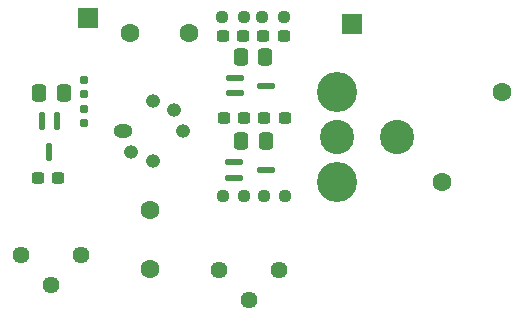
<source format=gbr>
%TF.GenerationSoftware,KiCad,Pcbnew,8.0.5*%
%TF.CreationDate,2024-10-12T09:30:04-04:00*%
%TF.ProjectId,preamp,70726561-6d70-42e6-9b69-6361645f7063,rev?*%
%TF.SameCoordinates,Original*%
%TF.FileFunction,Soldermask,Top*%
%TF.FilePolarity,Negative*%
%FSLAX46Y46*%
G04 Gerber Fmt 4.6, Leading zero omitted, Abs format (unit mm)*
G04 Created by KiCad (PCBNEW 8.0.5) date 2024-10-12 09:30:04*
%MOMM*%
%LPD*%
G01*
G04 APERTURE LIST*
G04 Aperture macros list*
%AMRoundRect*
0 Rectangle with rounded corners*
0 $1 Rounding radius*
0 $2 $3 $4 $5 $6 $7 $8 $9 X,Y pos of 4 corners*
0 Add a 4 corners polygon primitive as box body*
4,1,4,$2,$3,$4,$5,$6,$7,$8,$9,$2,$3,0*
0 Add four circle primitives for the rounded corners*
1,1,$1+$1,$2,$3*
1,1,$1+$1,$4,$5*
1,1,$1+$1,$6,$7*
1,1,$1+$1,$8,$9*
0 Add four rect primitives between the rounded corners*
20,1,$1+$1,$2,$3,$4,$5,0*
20,1,$1+$1,$4,$5,$6,$7,0*
20,1,$1+$1,$6,$7,$8,$9,0*
20,1,$1+$1,$8,$9,$2,$3,0*%
G04 Aperture macros list end*
%ADD10RoundRect,0.112500X-0.637500X0.112500X-0.637500X-0.112500X0.637500X-0.112500X0.637500X0.112500X0*%
%ADD11RoundRect,0.237500X0.300000X0.237500X-0.300000X0.237500X-0.300000X-0.237500X0.300000X-0.237500X0*%
%ADD12C,1.600000*%
%ADD13RoundRect,0.160000X-0.160000X0.197500X-0.160000X-0.197500X0.160000X-0.197500X0.160000X0.197500X0*%
%ADD14RoundRect,0.237500X0.250000X0.237500X-0.250000X0.237500X-0.250000X-0.237500X0.250000X-0.237500X0*%
%ADD15C,3.400000*%
%ADD16C,2.900000*%
%ADD17R,1.700000X1.700000*%
%ADD18C,1.440000*%
%ADD19RoundRect,0.160000X0.160000X-0.197500X0.160000X0.197500X-0.160000X0.197500X-0.160000X-0.197500X0*%
%ADD20RoundRect,0.250000X0.337500X0.475000X-0.337500X0.475000X-0.337500X-0.475000X0.337500X-0.475000X0*%
%ADD21RoundRect,0.112500X0.112500X0.637500X-0.112500X0.637500X-0.112500X-0.637500X0.112500X-0.637500X0*%
%ADD22O,1.600000X1.200000*%
%ADD23O,1.200000X1.200000*%
%ADD24RoundRect,0.250000X-0.337500X-0.475000X0.337500X-0.475000X0.337500X0.475000X-0.337500X0.475000X0*%
G04 APERTURE END LIST*
D10*
%TO.C,Q4*%
X112070000Y-79450000D03*
X112070000Y-80750000D03*
X114730000Y-80100000D03*
%TD*%
D11*
%TO.C,R2*%
X116262500Y-82850000D03*
X114537500Y-82850000D03*
%TD*%
D12*
%TO.C,C4*%
X108200000Y-75600000D03*
X103200000Y-75600000D03*
%TD*%
D13*
%TO.C,R7*%
X99250000Y-79605000D03*
X99250000Y-80800000D03*
%TD*%
D14*
%TO.C,R4*%
X112862500Y-89400000D03*
X111037500Y-89400000D03*
%TD*%
D12*
%TO.C,J1*%
X129590000Y-88210000D03*
X134670000Y-80590000D03*
D15*
X120700000Y-88210000D03*
X120700000Y-80590000D03*
D16*
X120700000Y-84400000D03*
X125780000Y-84400000D03*
%TD*%
D17*
%TO.C,TP2*%
X99600000Y-74350000D03*
%TD*%
D18*
%TO.C,RV2*%
X110700000Y-95700000D03*
X113240000Y-98240000D03*
X115780000Y-95700000D03*
%TD*%
D10*
%TO.C,Q1*%
X112020000Y-86600000D03*
X112020000Y-87900000D03*
X114680000Y-87250000D03*
%TD*%
D19*
%TO.C,R5*%
X99250000Y-83297500D03*
X99250000Y-82102500D03*
%TD*%
D20*
%TO.C,C5*%
X114637500Y-77700000D03*
X112562500Y-77700000D03*
%TD*%
D12*
%TO.C,C2*%
X104850000Y-95650000D03*
X104850000Y-90650000D03*
%TD*%
D20*
%TO.C,C1*%
X114687500Y-84750000D03*
X112612500Y-84750000D03*
%TD*%
D21*
%TO.C,Q3*%
X97000000Y-83070000D03*
X95700000Y-83070000D03*
X96350000Y-85730000D03*
%TD*%
D22*
%TO.C,Q2*%
X102560000Y-83950000D03*
D23*
X103303949Y-85746051D03*
X105100000Y-86490000D03*
X107640000Y-83950000D03*
X106896051Y-82153949D03*
X105100000Y-81410000D03*
%TD*%
D11*
%TO.C,R6*%
X97112500Y-87950000D03*
X95387500Y-87950000D03*
%TD*%
%TO.C,R11*%
X116200000Y-75900000D03*
X114475000Y-75900000D03*
%TD*%
D14*
%TO.C,R3*%
X116312500Y-89400000D03*
X114487500Y-89400000D03*
%TD*%
%TO.C,R10*%
X112812500Y-74300000D03*
X110987500Y-74300000D03*
%TD*%
D17*
%TO.C,TP1*%
X122000000Y-74850000D03*
%TD*%
D11*
%TO.C,R1*%
X112862500Y-82850000D03*
X111137500Y-82850000D03*
%TD*%
D14*
%TO.C,R9*%
X116212500Y-74300000D03*
X114387500Y-74300000D03*
%TD*%
D11*
%TO.C,R12*%
X112762500Y-75900000D03*
X111037500Y-75900000D03*
%TD*%
D18*
%TO.C,RV1*%
X93950000Y-94450000D03*
X96490000Y-96990000D03*
X99030000Y-94450000D03*
%TD*%
D24*
%TO.C,R8*%
X95512500Y-80700000D03*
X97587500Y-80700000D03*
%TD*%
M02*

</source>
